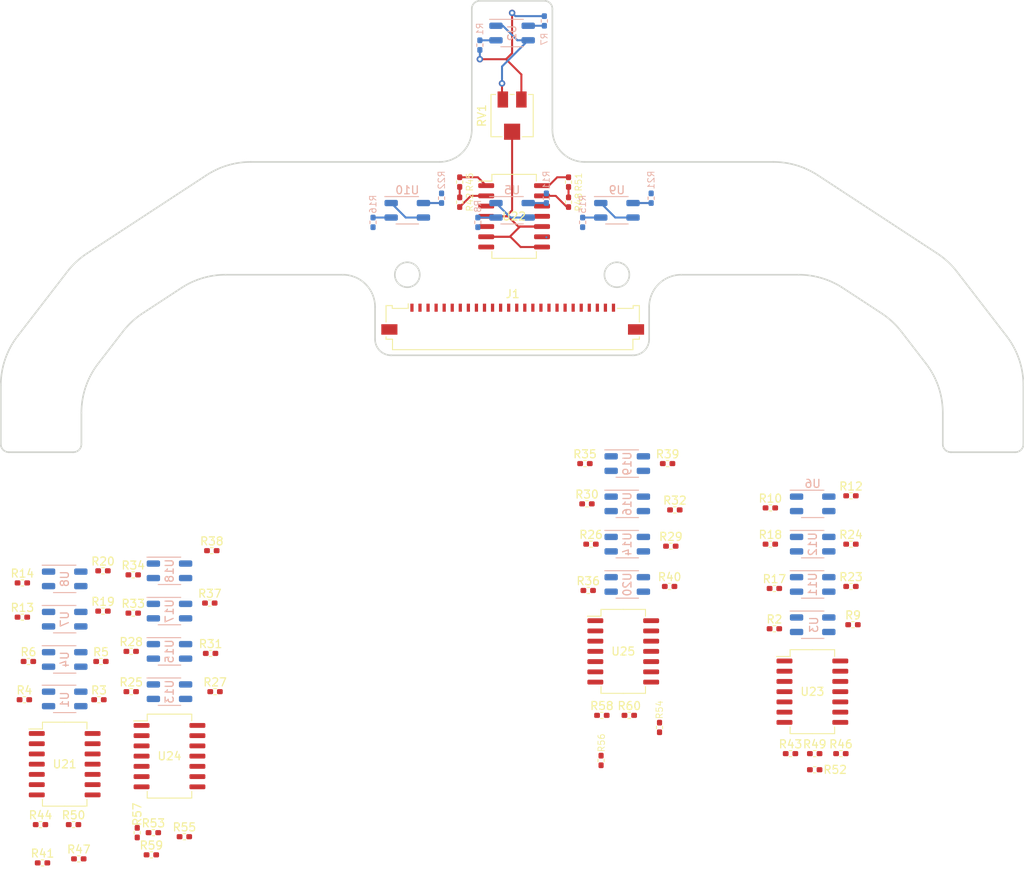
<source format=kicad_pcb>
(kicad_pcb (version 20240108) (generator "pcbnew") (generator_version "8.0")
  (layers (0 "F.Cu" signal) (31 "B.Cu" signal) (34 "B.Paste" user) (35 "F.Paste" user) (36 "B.SilkS" user "B.Silkscreen") (37 "F.SilkS" user "F.Silkscreen") (38 "B.Mask" user) (39 "F.Mask" user) (44 "Edge.Cuts" user))
  (net 0 "")
  (net 1 "+3.3V")
  (net 2 "DETECT_01")
  (net 3 "DETECT_02")
  (net 4 "DETECT_03")
  (net 5 "DETECT_04")
  (net 6 "DETECT_05")
  (net 7 "DETECT_06")
  (net 8 "DETECT_07")
  (net 9 "DETECT_08")
  (net 10 "DETECT_09")
  (net 11 "DETECT_10")
  (net 12 "DETECT_11")
  (net 13 "DETECT_12")
  (net 14 "DETECT_13")
  (net 15 "DETECT_14")
  (net 16 "DETECT_15")
  (net 17 "DETECT_16")
  (net 18 "DETECT_17")
  (net 19 "DETECT_18")
  (net 20 "DETECT_19")
  (net 21 "DETECT_20")
  (net 26 "GND")
  (net 27 "SIGNAL_IR_01")
  (net 28 "Net-(U1-K)")
  (net 29 "SIGNAL_IR_02")
  (net 30 "Net-(U2-K)")
  (net 31 "SIGNAL_IR_03")
  (net 32 "SIGNAL_IR_04")
  (net 33 "Net-(U3-K)")
  (net 34 "Net-(U4-K)")
  (net 35 "SIGNAL_IR_05")
  (net 36 "Net-(U5-K)")
  (net 37 "SIGNAL_IR_06")
  (net 38 "Net-(U6-K)")
  (net 39 "SIGNAL_IR_07")
  (net 40 "SIGNAL_IR_08")
  (net 41 "Net-(U7-K)")
  (net 42 "Net-(U8-K)")
  (net 43 "SIGNAL_IR_09")
  (net 44 "Net-(U15-K)")
  (net 45 "SIGNAL_IR_10")
  (net 46 "Net-(U16-K)")
  (net 47 "SIGNAL_IR_11")
  (net 48 "SIGNAL_IR_12")
  (net 49 "Net-(U17-K)")
  (net 50 "Net-(U18-K)")
  (net 51 "SIGNAL_IR_13")
  (net 52 "Net-(U19-K)")
  (net 53 "SIGNAL_IR_14")
  (net 54 "Net-(U20-K)")
  (net 55 "SIGNAL_IR_15")
  (net 56 "SIGNAL_IR_16")
  (net 57 "SIGNAL_IR_17")
  (net 58 "SIGNAL_IR_18")
  (net 59 "SIGNAL_IR_19")
  (net 60 "SIGNAL_IR_20")
  (net 61 "V_REF_IR")
  (net 62 "Net-(U9-K)")
  (net 63 "Net-(U10-K)")
  (net 64 "Net-(U11-K)")
  (net 65 "Net-(U12-K)")
  (net 66 "Net-(U13-K)")
  (net 67 "Net-(U14-K)")
  (footprint "Resistor_SMD:R_0402_1005Metric_Pad0.72x0.64mm_HandSolder" (layer "F.Cu") (at 134.484 143.09)
    (property "Reference" "R14")
    (property "Value" "22kR" (hide yes))
  )
  (footprint "Resistor_SMD:R_0402_1005Metric_Pad0.72x0.64mm_HandSolder" (layer "F.Cu") (at 143.984 157.59)
    (property "Reference" "R3")
    (property "Value" "110R" (hide yes))
  )
  (footprint "Resistor_SMD:R_0402_1005Metric_Pad0.72x0.64mm_HandSolder" (layer "F.Cu") (at 157.8315 151.84)
    (property "Reference" "R31")
    (property "Value" "110R" (hide yes))
  )
  (footprint "Resistor_SMD:R_0402_1005Metric_Pad0.72x0.64mm_HandSolder" (layer "F.Cu") (at 188.734 93.34 90)
    (property "Reference" "R45")
    (property "Value" "15kR" (hide yes))
  )
  (footprint "Resistor_SMD:R_0402_1005Metric_Pad0.72x0.64mm_HandSolder" (layer "F.Cu") (at 227.7715 148.78)
    (property "Reference" "R2")
    (property "Value" "22kR" (hide yes))
  )
  (footprint "Resistor_SMD:R_0402_1005Metric_Pad0.72x0.64mm_HandSolder" (layer "F.Cu") (at 214.924 138.53)
    (property "Reference" "R29")
    (property "Value" "110R" (hide yes))
  )
  (footprint "Package_SO:SO-14_5.3x10.2mm_P1.27mm" (layer "F.Cu") (at 139.734 165.59)
    (property "Reference" "U21")
    (property "Value" "LM2901" (hide yes))
  )
  (footprint "Resistor_SMD:R_0402_1005Metric_Pad0.72x0.64mm_HandSolder" (layer "F.Cu") (at 150.734 174.09)
    (property "Reference" "R53")
    (property "Value" "15kR" (hide yes))
  )
  (footprint "Resistor_SMD:R_0402_1005Metric_Pad0.72x0.64mm_HandSolder" (layer "F.Cu") (at 209.7715 159.53)
    (property "Reference" "R60")
    (property "Value" "15kR" (hide yes))
  )
  (footprint "Package_SO:SO-14_5.3x10.2mm_P1.27mm" (layer "F.Cu") (at 152.734 164.59)
    (property "Reference" "U24")
    (property "Value" "LM2901" (hide yes))
  )
  (footprint "Resistor_SMD:R_0402_1005Metric_Pad0.72x0.64mm_HandSolder" (layer "F.Cu") (at 227.2715 133.78)
    (property "Reference" "R10")
    (property "Value" "22kR" (hide yes))
  )
  (footprint "Resistor_SMD:R_0402_1005Metric_Pad0.72x0.64mm_HandSolder" (layer "F.Cu") (at 204.674 144.03)
    (property "Reference" "R36")
    (property "Value" "22kR" (hide yes))
  )
  (footprint "Resistor_SMD:R_0402_1005Metric_Pad0.72x0.64mm_HandSolder" (layer "F.Cu") (at 206.369 159.53)
    (property "Reference" "R58")
    (property "Value" "15kR")
  )
  (footprint "Resistor_SMD:R_0402_1005Metric_Pad0.72x0.64mm_HandSolder" (layer "F.Cu") (at 157.984 139.09)
    (property "Reference" "R38")
    (property "Value" "110R" (hide yes))
  )
  (footprint "Resistor_SMD:R_0402_1005Metric_Pad0.72x0.64mm_HandSolder" (layer "F.Cu") (at 214.5215 128.28)
    (property "Reference" "R39")
    (property "Value" "110R" (hide yes))
  )
  (footprint "Resistor_SMD:R_0402_1005Metric_Pad0.72x0.64mm_HandSolder" (layer "F.Cu") (at 144.484 146.59)
    (property "Reference" "R19")
    (property "Value" "110R" (hide yes))
  )
  (footprint "Resistor_SMD:R_0402_1005Metric_Pad0.72x0.64mm_HandSolder" (layer "F.Cu") (at 141.484 177.34)
    (property "Reference" "R47")
    (property "Value" "15kR" (hide yes))
  )
  (footprint "Resistor_SMD:R_0402_1005Metric_Pad0.72x0.64mm_HandSolder" (layer "F.Cu") (at 140.8315 173.09)
    (property "Reference" "R50")
    (property "Value" "15kR" (hide yes))
  )
  (footprint "Resistor_SMD:R_0402_1005Metric_Pad0.72x0.64mm_HandSolder" (layer "F.Cu") (at 148.234 146.84)
    (property "Reference" "R33")
    (property "Value" "22kR" (hide yes))
  )
  (footprint "Resistor_SMD:R_0402_1005Metric_Pad0.72x0.64mm_HandSolder" (layer "F.Cu") (at 147.984 151.59)
    (property "Reference" "R28")
    (property "Value" "22kR" (hide yes))
  )
  (footprint "Resistor_SMD:R_0402_1005Metric_Pad0.72x0.64mm_HandSolder" (layer "F.Cu") (at 135.234 152.84)
    (property "Reference" "R6")
    (property "Value" "22kR" (hide yes))
  )
  (footprint "Resistor_SMD:R_0402_1005Metric_Pad0.72x0.64mm_HandSolder" (layer "F.Cu") (at 136.734 173.09)
    (property "Reference" "R44")
    (property "Value" "15kR")
  )
  (footprint "Resistor_SMD:R_0402_1005Metric_Pad0.72x0.64mm_HandSolder" (layer "F.Cu") (at 227.2715 138.28)
    (property "Reference" "R18")
    (property "Value" "22kR" (hide yes))
  )
  (footprint "Resistor_SMD:R_0402_1005Metric_Pad0.72x0.64mm_HandSolder" (layer "F.Cu") (at 215.424 134.03)
    (property "Reference" "R32")
    (property "Value" "110R" (hide yes))
  )
  (footprint "Resistor_SMD:R_0402_1005Metric_Pad0.72x0.64mm_HandSolder" (layer "F.Cu") (at 229.7715 164.28)
    (property "Reference" "R43")
    (property "Value" "15kR" (hide yes))
  )
  (footprint "Resistor_SMD:R_0402_1005Metric_Pad0.72x0.64mm_HandSolder" (layer "F.Cu") (at 204.5215 133.28)
    (property "Reference" "R30")
    (property "Value" "22kR" (hide yes))
  )
  (footprint "Resistor_SMD:R_0402_1005Metric_Pad0.72x0.64mm_HandSolder" (layer "F.Cu") (at 237.2715 143.53)
    (property "Reference" "R23")
    (property "Value" "110R" (hide yes))
  )
  (footprint "Resistor_SMD:R_0402_1005Metric_Pad0.72x0.64mm_HandSolder" (layer "F.Cu") (at 227.7715 143.78)
    (property "Reference" "R17")
    (property "Value" "22kR" (hide yes))
  )
  (footprint "Resistor_SMD:R_0402_1005Metric_Pad0.72x0.64mm_HandSolder" (layer "F.Cu") (at 136.984 177.84)
    (property "Reference" "R41")
    (property "Value" "15kR" (hide yes))
  )
  (footprint "Resistor_SMD:R_0402_1005Metric_Pad0.72x0.64mm_HandSolder" (layer "F.Cu") (at 232.7715 166.28 180)
    (property "Reference" "R52")
    (property "Value" "15kR" (hide yes))
  )
  (footprint "Resistor_SMD:R_0402_1005Metric_Pad0.72x0.64mm_HandSolder" (layer "F.Cu") (at 214.7715 143.53)
    (property "Reference" "R40")
    (property "Value" "110R" (hide yes))
  )
  (footprint "Resistor_SMD:R_0402_1005Metric_Pad0.72x0.64mm_HandSolder" (layer "F.Cu") (at 134.734 157.59)
    (property "Reference" "R4")
    (property "Value" "22kR" (hide yes))
  )
  (footprint "Resistor_SMD:R_0402_1005Metric_Pad0.72x0.64mm_HandSolder" (layer "F.Cu") (at 206.2715 165.1275 -90)
    (property "Reference" "R56")
    (property "Value" "15kR" (hide yes))
  )
  (footprint "Resistor_SMD:R_0402_1005Metric_Pad0.72x0.64mm_HandSolder" (layer "F.Cu") (at 144.484 141.59)
    (property "Reference" "R20")
    (property "Value" "110R" (hide yes))
  )
  (footprint "Resistor_SMD:R_0402_1005Metric_Pad0.72x0.64mm_HandSolder" (layer "F.Cu") (at 237.2715 132.28)
    (property "Reference" "R12")
    (property "Value" "110R" (hide yes))
  )
  (footprint "Resistor_SMD:R_0402_1005Metric_Pad0.72x0.64mm_HandSolder" (layer "F.Cu") (at 236.0215 164.28)
    (property "Reference" "R46")
    (property "Value" "15kR" (hide yes))
  )
  (footprint "Resistor_SMD:R_0402_1005Metric_Pad0.72x0.64mm_HandSolder" (layer "F.Cu") (at 202.234 95.84 -90)
    (property "Reference" "R48")
    (property "Value" "15kR" (hide yes))
  )
  (footprint "Resistor_SMD:R_0402_1005Metric_Pad0.72x0.64mm_HandSolder" (layer "F.Cu") (at 213.5215 161.03 -90)
    (property "Reference" "R54")
    (property "Value" "15kR")
  )
  (footprint "Package_SO:SO-14_5.3x10.2mm_P1.27mm" (layer "F.Cu") (at 232.484 156.59)
    (property "Reference" "U23")
    (property "Value" "LM2901" (hide yes))
  )
  (footprint "Resistor_SMD:R_0402_1005Metric_Pad0.72x0.64mm_HandSolder" (layer "F.Cu") (at 148.734 174.09 -90)
    (property "Reference" "R57")
    (property "Value" "15kR" (hide yes))
  )
  (footprint "Resistor_SMD:R_0402_1005Metric_Pad0.72x0.64mm_HandSolder" (layer "F.Cu") (at 150.484 176.84)
    (property "Reference" "R59")
    (property "Value" "15kR")
  )
  (footprint "Resistor_SMD:R_0402_1005Metric_Pad0.72x0.64mm_HandSolder" (layer "F.Cu") (at 148.234 142.09)
    (property "Reference" "R34")
    (property "Value" "22kR" (hide yes))
  )
  (footprint "Resistor_SMD:R_0402_1005Metric_Pad0.72x0.64mm_HandSolder" (layer "F.Cu") (at 202.234 93.34 90)
    (property "Reference" "R51")
    (property "Value" "15kR" (hide yes))
  )
  (footprint "Resistor_SMD:R_0402_1005Metric_Pad0.72x0.64mm_HandSolder" (layer "F.Cu") (at 237.2715 138.28)
    (property "Reference" "R24")
    (property "Value" "110R" (hide yes))
  )
  (footprint "Package_SO:SO-14_5.3x10.2mm_P1.27mm" (layer "F.Cu") (at 195.484 97.59)
    (property "Reference" "U22")
    (property "Value" "LM2901" (hide yes))
  )
  (footprint "Resistor_SMD:R_0402_1005Metric_Pad0.72x0.64mm_HandSolder" (layer "F.Cu") (at 157.734 145.59)
    (property "Reference" "R37")
    (property "Value" "110R" (hide yes))
  )
  (footprint "Resistor_SMD:R_0402_1005Metric_Pad0.72x0.64mm_HandSolder" (layer "F.Cu") (at 188.734 95.84 -90)
    (property "Reference" "R42")
    (property "Value" "15kR" (hide yes))
  )
  (footprint "Resistor_SMD:R_0402_1005Metric_Pad0.72x0.64mm_HandSolder" (layer "F.Cu") (at 232.7715 164.28)
    (property "Reference" "R49")
    (property "Value" "15kR" (hide yes))
  )
  (footprint "Resistor_SMD:R_0402_1005Metric_Pad0.72x0.64mm_HandSolder" (layer "F.Cu") (at 204.2715 128.28)
    (property "Reference" "R35")
    (property "Value" "22kR" (hide yes))
  )
  (footprint "Connector_FFC-FPC:Molex_200528-0260_1x26-1MP_P1.00mm_Horizontal" (layer "F.Cu") (at 195.309 109.84)
    (property "Reference" "J1")
    (property "Value" "Conn_01x26_Socket" (hide yes))
  )
  (footprint "Package_SO:SO-14_5.3x10.2mm_P1.27mm" (layer "F.Cu") (at 209.0215 151.59)
    (property "Reference" "U25")
    (property "Value" "LM2901" (hide yes))
  )
  (footprint "Resistor_SMD:R_0402_1005Metric_Pad0.72x0.64mm_HandSolder" (layer "F.Cu") (at 144.234 152.84)
    (property "Reference" "R5")
    (property "Value" "110R" (hide yes))
  )
  (footprint "Potentiometer_SMD:Potentiometer_Vishay_TS53YJ_Vertical" (layer "F.Cu") (at 195.234 85.09 90)
    (property "Reference" "RV1")
    (property "Value" "R_Potentiometer" (hide yes))
  )
  (footprint "Resistor_SMD:R_0402_1005Metric_Pad0.72x0.64mm_HandSolder" (layer "F.Cu") (at 154.5815 174.59)
    (property "Reference" "R55")
    (property "Value" "15kR" (hide yes))
  )
  (footprint "Resistor_SMD:R_0402_1005Metric_Pad0.72x0.64mm_HandSolder" (layer "F.Cu") (at 134.484 147.34)
    (property "Reference" "R13")
    (property "Value" "22kR" (hide yes))
  )
  (footprint "Resistor_SMD:R_0402_1005Metric_Pad0.72x0.64mm_HandSolder" (layer "F.Cu") (at 237.5215 148.28)
    (property "Reference" "R9")
    (property "Value" "110R")
  )
  (footprint "Resistor_SMD:R_0402_1005Metric_Pad0.72x0.64mm_HandSolder" (layer "F.Cu") (at 158.3865 156.59)
    (property "Reference" "R27")
    (property "Value" "110R" (hide yes))
  )
  (footprint "Resistor_SMD:R_0402_1005Metric_Pad0.72x0.64mm_HandSolder" (layer "F.Cu") (at 205.0215 138.28)
    (property "Reference" "R26")
    (property "Value" "22kR" (hide yes))
  )
  (footprint "Resistor_SMD:R_0402_1005Metric_Pad0.72x0.64mm_HandSolder" (layer "F.Cu") (at 147.984 156.59)
    (property "Reference" "R25")
    (property "Value" "22kR" (hide yes))
  )
  (footprint "OptoDevice:Everlight_ITR1201SR10AR" (layer "B.Cu") (at 195.234 74.84 -90)
    (property "Reference" "U2")
    (property "Value" "ITR8307-S17-TR8" (hide yes))
  )
  (footprint "OptoDevice:Everlight_ITR1201SR10AR" (layer "B.Cu") (at 209.5215 143.28 -90)
    (property "Reference" "U20")
    (property "Value" "ITR8307-S17-TR8" (hide yes))
  )
  (footprint "OptoDevice:Everlight_ITR1201SR10AR" (layer "B.Cu") (at 208.234 96.84 -90)
    (property "Reference" "U9")
    (property "Value" "ITR8307-S17-TR8" (hide yes))
  )
  (footprint "OptoDevice:Everlight_ITR1201SR10AR" (layer "B.Cu") (at 209.5215 128.28 -90)
    (property "Reference" "U19")
    (property "Value" "ITR8307-S17-TR8" (hide yes))
  )
  (footprint "OptoDevice:Everlight_ITR1201SR10AR" (layer "B.Cu") (at 195.234 96.84 -90)
    (property "Reference" "U5")
    (property "Value" "ITR8307-S17-TR8" (hide yes))
  )
  (footprint "Resistor_SMD:R_0402_1005Metric_Pad0.72x0.64mm_HandSolder" (layer "B.Cu") (at 199.484 95.34 90)
    (property "Reference" "R11")
    (property "Value" "110R" (hide yes))
  )
  (footprint "OptoDevice:Everlight_ITR1201SR10AR" (layer "B.Cu") (at 232.5215 138.28 -90)
    (property "Reference" "U12")
    (property "Value" "ITR8307-S17-TR8" (hide yes))
  )
  (footprint "OptoDevice:Everlight_ITR1201SR10AR" (layer "B.Cu") (at 152.734 151.59 -90)
    (property "Reference" "U15")
    (property "Value" "ITR8307-S17-TR8" (hide yes))
  )
  (footprint "OptoDevice:Everlight_ITR1201SR10AR" (layer "B.Cu") (at 209.5215 133.28 -90)
    (property "Reference" "U16")
    (property "Value" "ITR8307-S17-TR8" (hide yes))
  )
  (footprint "Resistor_SMD:R_0402_1005Metric_Pad0.72x0.64mm_HandSolder" (layer "B.Cu") (at 199.234 73.34 90)
    (property "Reference" "R7")
    (property "Value" "110R" (hide yes))
  )
  (footprint "OptoDevice:Everlight_ITR1201SR10AR" (layer "B.Cu") (at 152.734 146.59 -90)
    (property "Reference" "U17")
    (property "Value" "ITR8307-S17-TR8" (hide yes))
  )
  (footprint "OptoDevice:Everlight_ITR1201SR10AR" (layer "B.Cu") (at 232.5215 143.28 -90)
    (property "Reference" "U11")
    (property "Value" "ITR8307-S17-TR8" (hide yes))
  )
  (footprint "OptoDevice:Everlight_ITR1201SR10AR" (layer "B.Cu") (at 152.734 141.59 -90)
    (property "Reference" "U18")
    (property "Value" "ITR8307-S17-TR8" (hide yes))
  )
  (footprint "OptoDevice:Everlight_ITR1201SR10AR" (layer "B.Cu") (at 152.734 156.59 -90)
    (property "Reference" "U13")
    (property "Value" "ITR8307-S17-TR8" (hide yes))
  )
  (footprint "Resistor_SMD:R_0402_1005Metric_Pad0.72x0.64mm_HandSolder" (layer "B.Cu") (at 191.234 76.34 -90)
    (property "Reference" "R1")
    (property "Value" "22kR" (hide yes))
  )
  (footprint "OptoDevice:Everlight_ITR1201SR10AR" (layer "B.Cu") (at 139.734 152.59 -90)
    (property "Reference" "U4")
    (property "Value" "ITR8307-S17-TR8" (hide yes))
  )
  (footprint "Resistor_SMD:R_0402_1005Metric_Pad0.72x0.64mm_HandSolder" (layer "B.Cu") (at 212.484 95.34 90)
    (property "Reference" "R21")
    (property "Value" "110R" (hide yes))
  )
  (footprint "OptoDevice:Everlight_ITR1201SR10AR" (layer "B.Cu") (at 232.5215 133.28 -90)
    (property "Reference" "U6")
    (property "Value" "ITR8307-S17-TR8" (hide yes))
  )
  (footprint "OptoDevice:Everlight_ITR1201SR10AR" (layer "B.Cu") (at 182.234 96.84 -90)
    (property "Reference" "U10")
    (property "Value" "ITR8307-S17-TR8" (hide yes))
  )
  (footprint "Resistor_SMD:R_0402_1005Metric_Pad0.72x0.64mm_HandSolder" (layer "B.Cu") (at 186.484 95.34 90)
    (property "Reference" "R22")
    (property "Value" "110R" (hide yes))
  )
  (footprint "Resistor_SMD:R_0402_1005Metric_Pad0.72x0.64mm_HandSolder" (layer "B.Cu") (at 177.984 98.34 -90)
    (property "Reference" "R16")
    (property "Value" "22kR" (hide yes))
  )
  (footprint "OptoDevice:Everlight_ITR1201SR10AR" (layer "B.Cu") (at 139.734 147.59 -90)
    (property "Reference" "U7")
    (property "Value" "ITR8307-S17-TR8" (hide yes))
  )
  (footprint "OptoDevice:Everlight_ITR1201SR10AR" (layer "B.Cu") (at 139.734 142.59 -90)
    (property "Reference" "U8")
    (property "Value" "ITR8307-S17-TR8" (hide yes))
  )
  (footprint "OptoDevice:Everlight_ITR1201SR10AR" (layer "B.Cu") (at 232.5215 148.28 -90)
    (property "Reference" "U3")
    (property "Value" "ITR8307-S17-TR8" (hide yes))
  )
  (footprint "OptoDevice:Everlight_ITR1201SR10AR" (layer "B.Cu") (at 139.734 157.49 -90)
    (property "Reference" "U1")
    (property "Value" "ITR8307-S17-TR8" (hide yes))
  )
  (footprint "Resistor_SMD:R_0402_1005Metric_Pad0.72x0.64mm_HandSolder" (layer "B.Cu") (at 203.984 98.34 -90)
    (property "Reference" "R15")
    (property "Value" "22kR" (hide yes))
  )
  (footprint "OptoDevice:Everlight_ITR1201SR10AR" (layer "B.Cu") (at 209.5215 138.28 -90)
    (property "Reference" "U14")
    (property "Value" "ITR8307-S17-TR8" (hide yes))
  )
  (footprint "Resistor_SMD:R_0402_1005Metric_Pad0.72x0.64mm_HandSolder" (layer "B.Cu") (at 190.984 98.34 -90)
    (property "Reference" "R8")
    (property "Value" "22kR" (hide yes))
  )
  (gr_line (start 132.808999 126.865) (end 140.809002 126.865) (stroke (width 0.2)) (layer "Edge.Cuts"))
  (gr_line (start 236.251193 106.474772) (end 241.07678 109.635588) (stroke (width 0.2)) (layer "Edge.Cuts"))
  (gr_line (start 216.234 104.84) (end 230.7719 104.84) (stroke (width 0.2)) (layer "Edge.Cuts"))
  (gr_line (start 178.234 108.84) (end 178.234 112.840002) (stroke (width 0.2)) (layer "Edge.Cuts"))
  (gr_arc (start 256.580089 112.464164) (mid 258.121644 115.333995) (end 258.659 118.547024) (stroke (width 0.2)) (layer "Edge.Cuts"))
  (gr_line (start 248.659 121.998394) (end 248.659 125.865) (stroke (width 0.2)) (layer "Edge.Cuts"))
  (gr_circle (center 208.234 104.84) (end 209.784 104.84) (stroke (width 0.2)) (fill none) (layer "Edge.Cuts"))
  (gr_arc (start 227.6486 90.84) (mid 230.507613 91.257409) (end 233.127962 92.474772) (stroke (width 0.2)) (layer "Edge.Cuts"))
  (gr_arc (start 204.234 90.84) (mid 201.405573 89.668427) (end 200.234 86.84) (stroke (width 0.2)) (layer "Edge.Cuts"))
  (gr_arc (start 258.659 125.865) (mid 258.366107 126.572107) (end 257.659 126.865) (stroke (width 0.2)) (layer "Edge.Cuts"))
  (gr_arc (start 131.809 118.567963) (mid 132.342983 115.343908) (end 133.887905 112.464172) (stroke (width 0.2)) (layer "Edge.Cuts"))
  (gr_circle (center 182.234 104.84) (end 183.784 104.84) (stroke (width 0.2)) (fill none) (layer "Edge.Cuts"))
  (gr_line (start 199.234 70.84) (end 191.233999 70.84) (stroke (width 0.2)) (layer "Edge.Cuts"))
  (gr_line (start 131.809 118.567963) (end 131.809 125.865001) (stroke (width 0.2)) (layer "Edge.Cuts"))
  (gr_line (start 143.887905 115.870094) (end 146.949448 111.897024) (stroke (width 0.2)) (layer "Edge.Cuts"))
  (gr_arc (start 241.07678 109.635588) (mid 242.392404 110.664015) (end 243.518554 111.897027) (stroke (width 0.2)) (layer "Edge.Cuts"))
  (gr_line (start 180.233999 114.84) (end 210.234 114.84) (stroke (width 0.2)) (layer "Edge.Cuts"))
  (gr_line (start 243.518554 111.897027) (end 246.580141 115.870154) (stroke (width 0.2)) (layer "Edge.Cuts"))
  (gr_arc (start 140.058417 104.456484) (mid 141.184564 103.22347) (end 142.500191 102.195044) (stroke (width 0.2)) (layer "Edge.Cuts"))
  (gr_line (start 186.234 90.84) (end 162.819357 90.84) (stroke (width 0.2)) (layer "Edge.Cuts"))
  (gr_arc (start 132.808999 126.865) (mid 132.101893 126.572107) (end 131.809 125.865001) (stroke (width 0.2)) (layer "Edge.Cuts"))
  (gr_arc (start 247.967833 102.19506) (mid 249.283446 103.223479) (end 250.409583 104.456484) (stroke (width 0.2)) (layer "Edge.Cuts"))
  (gr_line (start 212.234 112.84) (end 212.234 108.84) (stroke (width 0.2)) (layer "Edge.Cuts"))
  (gr_arc (start 212.234 112.84) (mid 211.648214 114.254214) (end 210.234 114.84) (stroke (width 0.2)) (layer "Edge.Cuts"))
  (gr_arc (start 180.233999 114.84) (mid 178.819786 114.254214) (end 178.234 112.840002) (stroke (width 0.2)) (layer "Edge.Cuts"))
  (gr_arc (start 174.234 104.84) (mid 177.062427 106.011573) (end 178.234 108.84) (stroke (width 0.2)) (layer "Edge.Cuts"))
  (gr_arc (start 190.234 71.839999) (mid 190.526893 71.132893) (end 191.233999 70.84) (stroke (width 0.2)) (layer "Edge.Cuts"))
  (gr_line (start 258.659 125.865) (end 258.659 118.547024) (stroke (width 0.2)) (layer "Edge.Cuts"))
  (gr_line (start 256.580089 112.464164) (end 250.409583 104.456484) (stroke (width 0.2)) (layer "Edge.Cuts"))
  (gr_arc (start 157.340039 92.474771) (mid 159.960362 91.257404) (end 162.819357 90.84) (stroke (width 0.2)) (layer "Edge.Cuts"))
  (gr_arc (start 230.7719 104.84) (mid 233.63088 105.257408) (end 236.251193 106.474772) (stroke (width 0.2)) (layer "Edge.Cuts"))
  (gr_arc (start 154.216808 106.474771) (mid 156.837132 105.257404) (end 159.696128 104.84) (stroke (width 0.2)) (layer "Edge.Cuts"))
  (gr_line (start 140.058417 104.456484) (end 133.887905 112.464172) (stroke (width 0.2)) (layer "Edge.Cuts"))
  (gr_line (start 157.340039 92.474771) (end 142.500191 102.195044) (stroke (width 0.2)) (layer "Edge.Cuts"))
  (gr_line (start 227.6486 90.84) (end 204.234 90.84) (stroke (width 0.2)) (layer "Edge.Cuts"))
  (gr_line (start 141.809 125.865001) (end 141.809 121.973887) (stroke (width 0.2)) (layer "Edge.Cuts"))
  (gr_line (start 200.234 86.84) (end 200.234 71.84) (stroke (width 0.2)) (layer "Edge.Cuts"))
  (gr_line (start 159.696128 104.84) (end 174.234 104.84) (stroke (width 0.2)) (layer "Edge.Cuts"))
  (gr_arc (start 199.234 70.84) (mid 199.941107 71.132893) (end 200.234 71.84) (stroke (width 0.2)) (layer "Edge.Cuts"))
  (gr_line (start 249.659 126.865) (end 257.659 126.865) (stroke (width 0.2)) (layer "Edge.Cuts"))
  (gr_arc (start 212.234 108.84) (mid 213.405573 106.011573) (end 216.234 104.84) (stroke (width 0.2)) (layer "Edge.Cuts"))
  (gr_arc (start 246.580141 115.870154) (mid 248.128976 118.76147) (end 248.659 121.998394) (stroke (width 0.2)) (layer "Edge.Cuts"))
  (gr_line (start 149.391221 109.635587) (end 154.216808 106.474771) (stroke (width 0.2)) (layer "Edge.Cuts"))
  (gr_arc (start 146.949448 111.897024) (mid 148.075595 110.664011) (end 149.391221 109.635587) (stroke (width 0.2)) (layer "Edge.Cuts"))
  (gr_line (start 247.967833 102.19506) (end 233.127962 92.474772) (stroke (width 0.2)) (layer "Edge.Cuts"))
  (gr_arc (start 141.809 125.865001) (mid 141.516107 126.572107) (end 140.809002 126.865) (stroke (width 0.2)) (layer "Edge.Cuts"))
  (gr_line (start 190.234 71.839999) (end 190.234 86.84) (stroke (width 0.2)) (layer "Edge.Cuts"))
  (gr_arc (start 249.659 126.865) (mid 248.951893 126.572107) (end 248.659 125.865) (stroke (width 0.2)) (layer "Edge.Cuts"))
  (gr_arc (start 190.234 86.84) (mid 189.062427 89.668427) (end 186.234 90.84) (stroke (width 0.2)) (layer "Edge.Cuts"))
  (gr_arc (start 141.809 121.973887) (mid 142.342983 118.749831) (end 143.887905 115.870094) (stroke (width 0.2)) (layer "Edge.Cuts"))
  (segment (start 202.234 93.9375) (end 202.234 95.2425) (width 0.25) (layer "F.Cu") (net 1))
  (segment (start 193.984 81.09) (end 193.984 82.99) (width 0.25) (layer "F.Cu") (net 1))
  (segment (start 193.984 82.99) (end 194.084 83.09) (width 0.25) (layer "F.Cu") (net 1))
  (segment (start 188.734 93.9375) (end 188.734 95.2425) (width 0.25) (layer "F.Cu") (net 1))
  (via (at 193.984 81.09) (size 0.8) (drill 0.4) (layers "F.Cu" "B.Cu") (net 1))
  (segment (start 193.984 78.99) (end 193.984 81.09) (width 0.25) (layer "B.Cu") (net 1))
  (segment (start 197.234 75.74) (end 193.984 78.99) (width 0.25) (layer "B.Cu") (net 1))
  (segment (start 184.234 97.74) (end 182.034 97.74) (width 0.25) (layer "B.Cu") (net 1))
  (segment (start 197.234 75.74) (end 195.884 75.74) (width 0.25) (layer "B.Cu") (net 1))
  (segment (start 182.034 97.74) (end 180.234 95.94) (width 0.25) (layer "B.Cu") (net 1))
  (segment (start 195.884 75.74) (end 194.084 73.94) (width 0.25) (layer "B.Cu") (net 1))
  (segment (start 194.084 73.94) (end 193.234 73.94) (width 0.25) (layer "B.Cu") (net 1))
  (segment (start 210.234 97.74) (end 208.034 97.74) (width 0.25) (layer "B.Cu") (net 1))
  (segment (start 197.234 97.74) (end 195.034 97.74) (width 0.25) (layer "B.Cu") (net 1))
  (segment (start 208.034 97.74) (end 206.234 95.94) (width 0.25) (layer "B.Cu") (net 1))
  (segment (start 195.034 97.74) (end 193.234 95.94) (width 0.25) (layer "B.Cu") (net 1))
  (segment (start 188.734 96.4375) (end 190.1215 95.05) (width 0.25) (layer "F.Cu") (net 10))
  (segment (start 190.1215 95.05) (end 192.0215 95.05) (width 0.25) (layer "F.Cu") (net 10))
  (segment (start 190.984 92.7425) (end 192.0215 93.78) (width 0.25) (layer "F.Cu") (net 11))
  (segment (start 188.734 92.7425) (end 190.984 92.7425) (width 0.25) (layer "F.Cu") (net 11))
  (segment (start 202.234 96.4375) (end 202.03275 96.4375) (width 0.25) (layer "F.Cu") (net 12))
  (segment (start 200.64525 95.05) (end 198.9465 95.05) (width 0.25) (layer "F.Cu") (net 12))
  (segment (start 202.03275 96.4375) (end 200.64525 95.05) (width 0.25) (layer "F.Cu") (net 12))
  (segment (start 200.8315 92.7425) (end 199.794 93.78) (width 0.25) (layer "F.Cu") (net 13))
  (segment (start 199.794 93.78) (end 198.9465 93.78) (width 0.25) (layer "F.Cu") (net 13))
  (segment (start 202.234 92.7425) (end 200.8315 92.7425) (width 0.25) (layer "F.Cu") (net 13))
  (segment (start 194.484 78.09) (end 195.234 77.34) (width 0.25) (layer "F.Cu") (net 26))
  (segment (start 194.484 78.09) (end 196.384 79.99) (width 0.25) (layer "F.Cu") (net 26))
  (segment (start 196.384 79.99) (end 196.384 83.09) (width 0.25) (layer "F.Cu") (net 26))
  (segment (start 191.234 78.09) (end 194.484 78.09) (width 0.25) (layer "F.Cu") (net 26))
  (segment (start 195.234 77.34) (end 195.234 72.34) (width 0.25) (layer "F.Cu") (net 26))
  (via (at 191.234 78.09) (size 0.8) (drill 0.4) (layers "F.Cu" "B.Cu") (net 26))
  (via (at 195.234 72.34) (size 0.8) (drill 0.4) (layers "F.Cu" "B.Cu") (net 26))
  (segment (start 195.6365 72.7425) (end 195.234 72.34) (width 0.25) (layer "B.Cu") (net 26))
  (segment (start 191.234 76.9375) (end 191.234 78.09) (width 0.25) (layer "B.Cu") (net 26))
  (segment (start 199.234 72.7425) (end 195.6365 72.7425) (width 0.25) (layer "B.Cu") (net 26))
  (segment (start 199.234 73.9375) (end 197.2365 73.9375) (width 0.25) (layer "B.Cu") (net 30))
  (segment (start 197.2365 73.9375) (end 197.234 73.94) (width 0.25) (layer "B.Cu") (net 30))
  (segment (start 199.4815 100.19) (end 199.484 100.1875) (width 0.25) (layer "B.Cu") (net 36))
  (segment (start 197.234 95.94) (end 199.4815 95.94) (width 0.25) (layer "B.Cu") (net 36))
  (segment (start 191.234 75.7425) (end 193.2315 75.7425) (width 0.25) (layer "B.Cu") (net 43))
  (segment (start 193.2315 75.7425) (end 193.234 75.74) (width 0.25) (layer "B.Cu") (net 43))
  (segment (start 193.234 97.74) (end 190.9865 97.74) (width 0.25) (layer "B.Cu") (net 45))
  (segment (start 206.234 97.74) (end 203.9865 97.74) (width 0.25) (layer "B.Cu") (net 47))
  (segment (start 203.9865 97.74) (end 203.984 97.7425) (width 0.25) (layer "B.Cu") (net 47))
  (segment (start 180.234 97.74) (end 177.9865 97.74) (width 0.25) (layer "B.Cu") (net 48))
  (segment (start 177.9865 97.74) (end 177.984 97.7425) (width 0.25) (layer "B.Cu") (net 48))
  (segment (start 194.734 97.59) (end 196.004 98.86) (width 0.25) (layer "F.Cu") (net 61))
  (segment (start 196.004 98.86) (end 198.9465 98.86) (width 0.25) (layer "F.Cu") (net 61))
  (segment (start 195.024 100.13) (end 196.294 101.4) (width 0.25) (layer "F.Cu") (net 61))
  (segment (start 193.008999 97.59) (end 192.0215 97.59) (width 0.25) (layer "F.Cu") (net 61))
  (segment (start 195.234 96.84) (end 194.484 97.59) (width 0.25) (layer "F.Cu") (net 61))
  (segment (start 196.214 98.86) (end 194.944 100.13) (width 0.25) (layer "F.Cu") (net 61))
  (segment (start 194.484 97.59) (end 193.008999 97.59) (width 0.25) (layer "F.Cu") (net 61))
  (segment (start 195.234 87.09) (end 195.234 96.84) (width 0.25) (layer "F.Cu") (net 61))
  (segment (start 196.294 101.4) (end 198.9465 101.4) (width 0.25) (layer "F.Cu") (net 61))
  (segment (start 198.9465 98.86) (end 196.214 98.86) (width 0.25) (layer "F.Cu") (net 61))
  (segment (start 192.0215 100.13) (end 195.024 100.13) (width 0.25) (layer "F.Cu") (net 61))
  (segment (start 193.008999 97.59) (end 194.734 97.59) (width 0.25) (layer "F.Cu") (net 61))
  (segment (start 194.944 100.13) (end 192.0215 100.13) (width 0.25) (layer "F.Cu") (net 61))
  (segment (start 210.234 95.94) (end 212.4815 95.94) (width 0.25) (layer "B.Cu") (net 62))
  (segment (start 212.4815 95.94) (end 212.484 95.9375) (width 0.25) (layer "B.Cu") (net 62))
  (segment (start 184.234 95.94) (end 186.4815 95.94) (width 0.25) (layer "B.Cu") (net 63))
  (segment (start 186.4815 95.94) (end 186.484 95.9375) (width 0.25) (layer "B.Cu") (net 63))
)
</source>
